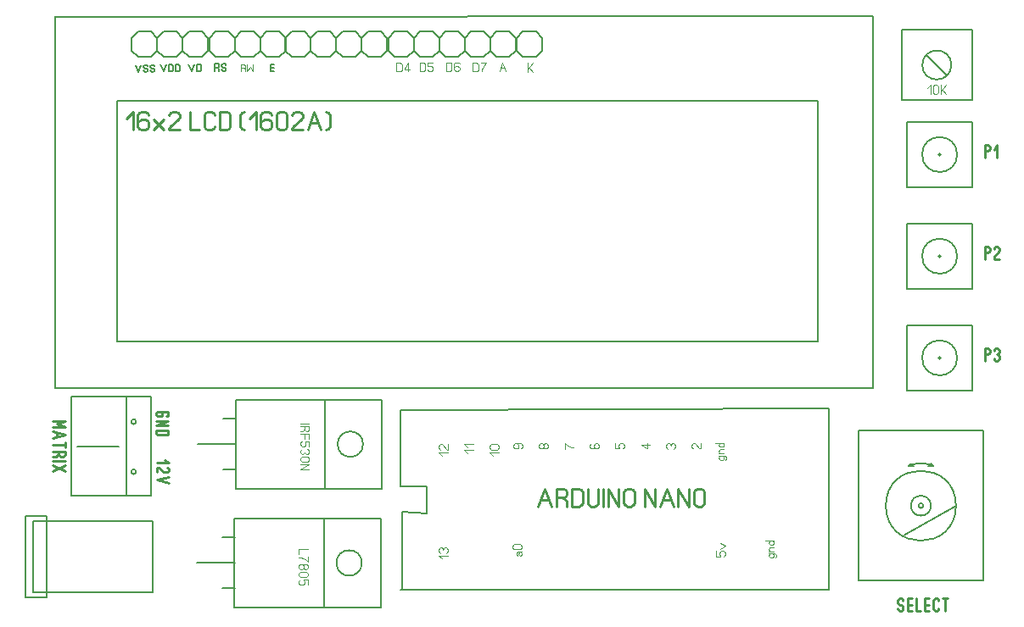
<source format=gbr>
%FSLAX34Y34*%
%MOMM*%
%LNSILK_TOP*%
G71*
G01*
%ADD10C, 0.20*%
%ADD11C, 0.11*%
%ADD12C, 0.22*%
%ADD13C, 0.13*%
%ADD14C, 0.09*%
%LPD*%
G54D10*
X3016Y25742D02*
X3016Y106742D01*
X-17784Y106742D01*
X-17784Y25742D01*
X3016Y25742D01*
G54D10*
X-9784Y30442D02*
X109316Y30442D01*
X109316Y102042D01*
X-9784Y102042D01*
X-9784Y30442D01*
G54D10*
X357978Y34653D02*
X357979Y110853D01*
X382585Y109662D01*
X382585Y136253D01*
X356788Y136253D01*
X356788Y212453D01*
X783826Y214438D01*
X783826Y33462D01*
X356788Y33462D01*
G54D11*
X680926Y163040D02*
X681482Y164373D01*
X681482Y165307D01*
X680926Y166640D01*
X679815Y167040D01*
X674260Y167040D01*
G54D11*
X675704Y167040D02*
X674593Y166373D01*
X674260Y165040D01*
X674593Y163707D01*
X675704Y163040D01*
X677926Y163040D01*
X679037Y163707D01*
X679260Y165040D01*
X679037Y166373D01*
X677926Y167040D01*
G54D11*
X679260Y169484D02*
X674260Y169484D01*
G54D11*
X675371Y169484D02*
X674593Y170151D01*
X674260Y171484D01*
X674593Y172817D01*
X675371Y173484D01*
X679260Y173484D01*
G54D11*
X679260Y179928D02*
X670371Y179928D01*
G54D11*
X675704Y179928D02*
X674593Y179261D01*
X674260Y177928D01*
X674593Y176595D01*
X675704Y175928D01*
X677926Y175928D01*
X679037Y176595D01*
X679260Y177928D01*
X679037Y179261D01*
X677926Y179928D01*
G54D11*
X656188Y179562D02*
X656188Y174229D01*
X655633Y174229D01*
X654522Y174896D01*
X651188Y178896D01*
X650077Y179562D01*
X648966Y179562D01*
X647855Y178896D01*
X647300Y177562D01*
X647300Y176229D01*
X647855Y174896D01*
X648966Y174229D01*
G54D11*
X623566Y174129D02*
X622455Y174796D01*
X621900Y176129D01*
X621900Y177462D01*
X622455Y178796D01*
X623566Y179462D01*
X624678Y179462D01*
X625789Y178796D01*
X626344Y177462D01*
X626900Y178796D01*
X628011Y179462D01*
X629122Y179462D01*
X630233Y178796D01*
X630789Y177462D01*
X630789Y176129D01*
X630233Y174796D01*
X629122Y174129D01*
G54D11*
X605491Y178336D02*
X596602Y178336D01*
X602158Y174336D01*
X603269Y174336D01*
X603269Y179669D01*
G54D11*
X571100Y179563D02*
X571100Y174229D01*
X574989Y174229D01*
X574989Y174896D01*
X574433Y176229D01*
X574433Y177563D01*
X574989Y178896D01*
X576100Y179563D01*
X578322Y179563D01*
X579433Y178896D01*
X579989Y177563D01*
X579989Y176229D01*
X579433Y174896D01*
X578322Y174229D01*
G54D11*
X547366Y179562D02*
X546255Y178896D01*
X545700Y177562D01*
X545700Y176229D01*
X546255Y174896D01*
X547366Y174229D01*
X550144Y174229D01*
X550700Y174229D01*
X549588Y176229D01*
X549588Y177562D01*
X550144Y178896D01*
X551255Y179562D01*
X552922Y179562D01*
X554033Y178896D01*
X554588Y177562D01*
X554588Y176229D01*
X554033Y174896D01*
X552922Y174229D01*
X550144Y174229D01*
G54D11*
X520407Y174222D02*
X520407Y179555D01*
X521518Y178889D01*
X523185Y177555D01*
X525407Y176222D01*
X527074Y175555D01*
X529296Y175555D01*
G54D11*
X499344Y177562D02*
X499344Y176229D01*
X498788Y174896D01*
X497677Y174229D01*
X496566Y174229D01*
X495455Y174896D01*
X494900Y176229D01*
X494900Y177562D01*
X495455Y178896D01*
X496566Y179562D01*
X497677Y179562D01*
X498788Y178896D01*
X499344Y177562D01*
X499900Y178896D01*
X501011Y179562D01*
X502122Y179562D01*
X503233Y178896D01*
X503788Y177562D01*
X503788Y176229D01*
X503233Y174896D01*
X502122Y174229D01*
X501011Y174229D01*
X499900Y174896D01*
X499344Y176229D01*
G54D11*
X476722Y174229D02*
X477833Y174896D01*
X478388Y176229D01*
X478388Y177562D01*
X477833Y178896D01*
X476722Y179562D01*
X473944Y179562D01*
X473388Y179562D01*
X474500Y177562D01*
X474500Y176229D01*
X473944Y174896D01*
X472833Y174229D01*
X471166Y174229D01*
X470055Y174896D01*
X469500Y176229D01*
X469500Y177562D01*
X470055Y178896D01*
X471166Y179562D01*
X473944Y179562D01*
G54D11*
X730726Y65290D02*
X731282Y66623D01*
X731282Y67557D01*
X730726Y68890D01*
X729615Y69290D01*
X724059Y69290D01*
G54D11*
X725504Y69290D02*
X724393Y68623D01*
X724059Y67290D01*
X724393Y65957D01*
X725504Y65290D01*
X727726Y65290D01*
X728837Y65957D01*
X729059Y67290D01*
X728837Y68623D01*
X727726Y69290D01*
G54D11*
X729059Y71734D02*
X724059Y71734D01*
G54D11*
X725170Y71734D02*
X724393Y72401D01*
X724059Y73734D01*
X724393Y75067D01*
X725170Y75734D01*
X729059Y75734D01*
G54D11*
X729059Y82178D02*
X720170Y82178D01*
G54D11*
X725504Y82178D02*
X724393Y81511D01*
X724059Y80178D01*
X724393Y78845D01*
X725504Y78178D01*
X727726Y78178D01*
X728837Y78845D01*
X729059Y80178D01*
X728837Y81511D01*
X727726Y82178D01*
G54D11*
X671700Y71796D02*
X671700Y66463D01*
X675589Y66463D01*
X675589Y67129D01*
X675033Y68463D01*
X675033Y69796D01*
X675589Y71129D01*
X676700Y71796D01*
X678922Y71796D01*
X680033Y71129D01*
X680589Y69796D01*
X680589Y68463D01*
X680033Y67129D01*
X678922Y66463D01*
G54D11*
X675589Y74240D02*
X680589Y76906D01*
X675589Y79573D01*
G54D11*
X472944Y67061D02*
X472388Y68394D01*
X472388Y69994D01*
X473500Y71061D01*
X477388Y71061D01*
G54D11*
X475722Y71061D02*
X474611Y70394D01*
X474388Y69061D01*
X474611Y67728D01*
X475722Y67061D01*
X476833Y67328D01*
X477388Y68394D01*
X477388Y69061D01*
X477388Y69328D01*
X476833Y70394D01*
X475722Y71061D01*
G54D11*
X470166Y78838D02*
X475722Y78838D01*
X476833Y78172D01*
X477388Y76838D01*
X477388Y75505D01*
X476833Y74172D01*
X475722Y73505D01*
X470166Y73505D01*
X469055Y74172D01*
X468500Y75505D01*
X468500Y76838D01*
X469055Y78172D01*
X470166Y78838D01*
G54D10*
X27845Y226107D02*
X107845Y226107D01*
X107845Y126907D01*
X27845Y126907D01*
X27845Y226107D01*
G54D10*
X82845Y226107D02*
X82845Y126907D01*
G54D10*
X34145Y176107D02*
X75345Y176107D01*
G54D10*
G75*
G01X92845Y201107D02*
G03X92845Y201107I-2500J0D01*
G01*
G54D10*
G75*
G01X92845Y151107D02*
G03X92845Y151107I-2500J0D01*
G01*
G54D12*
X121016Y162977D02*
X125683Y159866D01*
X113239Y159866D01*
G54D12*
X113239Y150533D02*
X113239Y155510D01*
X114016Y155510D01*
X115572Y154888D01*
X120239Y151155D01*
X121794Y150533D01*
X123350Y150533D01*
X124905Y151155D01*
X125683Y152399D01*
X125683Y153644D01*
X124905Y154888D01*
X123350Y155510D01*
G54D12*
X125683Y146176D02*
X113239Y143065D01*
X125683Y139954D01*
G54D12*
X118706Y208976D02*
X118706Y206488D01*
X114817Y206488D01*
X113261Y207110D01*
X112483Y208354D01*
X112483Y209599D01*
X113261Y210843D01*
X114817Y211465D01*
X122594Y211465D01*
X124150Y210843D01*
X124928Y209599D01*
X124928Y208354D01*
X124150Y207110D01*
X122594Y206488D01*
G54D12*
X112483Y202131D02*
X124928Y202131D01*
X112483Y197154D01*
X124928Y197154D01*
G54D12*
X112483Y192797D02*
X124928Y192797D01*
X124928Y189686D01*
X124150Y188442D01*
X122594Y187820D01*
X114817Y187820D01*
X113261Y188442D01*
X112483Y189686D01*
X112483Y192797D01*
G54D11*
X449022Y167360D02*
X445688Y170693D01*
X454577Y170693D01*
G54D11*
X447355Y178470D02*
X452911Y178470D01*
X454022Y177804D01*
X454577Y176470D01*
X454577Y175137D01*
X454022Y173804D01*
X452911Y173137D01*
X447355Y173137D01*
X446244Y173804D01*
X445688Y175137D01*
X445688Y176470D01*
X446244Y177804D01*
X447355Y178470D01*
G54D11*
X423700Y169361D02*
X420367Y172694D01*
X429256Y172694D01*
G54D11*
X423700Y175138D02*
X420367Y178471D01*
X429256Y178471D01*
G54D11*
X398222Y167360D02*
X394888Y170693D01*
X403777Y170693D01*
G54D11*
X403777Y178470D02*
X403777Y173137D01*
X403222Y173137D01*
X402111Y173804D01*
X398777Y177804D01*
X397666Y178470D01*
X396555Y178470D01*
X395444Y177804D01*
X394888Y176470D01*
X394888Y175137D01*
X395444Y173804D01*
X396555Y173137D01*
G54D11*
X398015Y64196D02*
X394681Y67529D01*
X403570Y67529D01*
G54D11*
X396348Y69973D02*
X395237Y70640D01*
X394681Y71973D01*
X394681Y73306D01*
X395237Y74640D01*
X396348Y75306D01*
X397459Y75306D01*
X398570Y74640D01*
X399126Y73306D01*
X399681Y74640D01*
X400792Y75306D01*
X401904Y75306D01*
X403015Y74640D01*
X403570Y73306D01*
X403570Y71973D01*
X403015Y70640D01*
X401904Y69973D01*
G54D11*
X256479Y199142D02*
X265368Y199142D01*
G54D11*
X260924Y194031D02*
X259813Y192031D01*
X258702Y191364D01*
X256479Y191364D01*
G54D11*
X256479Y196698D02*
X265368Y196698D01*
X265368Y193364D01*
X264813Y192031D01*
X263702Y191364D01*
X262590Y191364D01*
X261479Y192031D01*
X260924Y193364D01*
X260924Y196698D01*
G54D11*
X256479Y188920D02*
X265368Y188920D01*
X265368Y184254D01*
G54D11*
X260924Y188920D02*
X260924Y184254D01*
G54D11*
X265368Y176476D02*
X265368Y181810D01*
X261479Y181810D01*
X261479Y181143D01*
X262035Y179810D01*
X262035Y178476D01*
X261479Y177143D01*
X260368Y176476D01*
X258146Y176476D01*
X257035Y177143D01*
X256479Y178476D01*
X256479Y179810D01*
X257035Y181143D01*
X258146Y181810D01*
G54D11*
X263702Y174032D02*
X264813Y173366D01*
X265368Y172032D01*
X265368Y170699D01*
X264813Y169366D01*
X263702Y168699D01*
X262590Y168699D01*
X261479Y169366D01*
X260924Y170699D01*
X260368Y169366D01*
X259257Y168699D01*
X258146Y168699D01*
X257035Y169366D01*
X256479Y170699D01*
X256479Y172032D01*
X257035Y173366D01*
X258146Y174032D01*
G54D11*
X263702Y160922D02*
X258146Y160922D01*
X257035Y161589D01*
X256479Y162922D01*
X256479Y164256D01*
X257035Y165589D01*
X258146Y166256D01*
X263702Y166256D01*
X264813Y165589D01*
X265368Y164256D01*
X265368Y162922D01*
X264813Y161589D01*
X263702Y160922D01*
G54D11*
X256479Y158478D02*
X265368Y158478D01*
X256479Y153145D01*
X265368Y153145D01*
G54D12*
X493913Y116534D02*
X500580Y134312D01*
X507246Y116534D01*
G54D12*
X496580Y123201D02*
X504580Y123201D01*
G54D12*
X517468Y125423D02*
X521468Y123201D01*
X522802Y120979D01*
X522802Y116534D01*
G54D12*
X512135Y116534D02*
X512135Y134312D01*
X518802Y134312D01*
X521468Y133201D01*
X522802Y130979D01*
X522802Y128756D01*
X521468Y126534D01*
X518802Y125423D01*
X512135Y125423D01*
G54D12*
X527691Y116534D02*
X527691Y134312D01*
X534358Y134312D01*
X537024Y133201D01*
X538358Y130979D01*
X538358Y119868D01*
X537024Y117645D01*
X534358Y116534D01*
X527691Y116534D01*
G54D12*
X543247Y134312D02*
X543247Y119868D01*
X544580Y117645D01*
X547247Y116534D01*
X549914Y116534D01*
X552580Y117645D01*
X553914Y119868D01*
X553914Y134312D01*
G54D12*
X558803Y116534D02*
X558803Y134312D01*
G54D12*
X563692Y116534D02*
X563692Y134312D01*
X574359Y116534D01*
X574359Y134312D01*
G54D12*
X589915Y130979D02*
X589915Y119868D01*
X588581Y117645D01*
X585915Y116534D01*
X583248Y116534D01*
X580581Y117645D01*
X579248Y119868D01*
X579248Y130979D01*
X580581Y133201D01*
X583248Y134312D01*
X585915Y134312D01*
X588581Y133201D01*
X589915Y130979D01*
G54D12*
X599960Y116534D02*
X599960Y134312D01*
X610627Y116534D01*
X610627Y134312D01*
G54D12*
X615516Y116534D02*
X622183Y134312D01*
X628849Y116534D01*
G54D12*
X618183Y123201D02*
X626183Y123201D01*
G54D12*
X633738Y116534D02*
X633738Y134312D01*
X644405Y116534D01*
X644405Y134312D01*
G54D12*
X659961Y130979D02*
X659961Y119868D01*
X658627Y117645D01*
X655961Y116534D01*
X653294Y116534D01*
X650627Y117645D01*
X649294Y119868D01*
X649294Y130979D01*
X650627Y133201D01*
X653294Y134312D01*
X655961Y134312D01*
X658627Y133201D01*
X659961Y130979D01*
G54D10*
X862100Y297463D02*
X927100Y297462D01*
X927100Y232462D01*
X862100Y232462D01*
X862100Y297463D01*
G54D10*
G75*
G01X912100Y264962D02*
G03X912100Y264962I-17500J0D01*
G01*
G54D10*
G75*
G01X896100Y264962D02*
G03X896100Y264962I-1500J0D01*
G01*
G54D10*
X862100Y500663D02*
X927100Y500662D01*
X927100Y435663D01*
X862100Y435662D01*
X862100Y500663D01*
G54D10*
G75*
G01X912100Y468162D02*
G03X912100Y468162I-17500J0D01*
G01*
G54D10*
G75*
G01X896100Y468162D02*
G03X896100Y468162I-1500J0D01*
G01*
G54D11*
X882164Y534138D02*
X885497Y537471D01*
X885497Y528582D01*
G54D11*
X893274Y535804D02*
X893274Y530249D01*
X892607Y529138D01*
X891274Y528582D01*
X889941Y528582D01*
X888607Y529138D01*
X887941Y530249D01*
X887941Y535804D01*
X888607Y536916D01*
X889941Y537471D01*
X891274Y537471D01*
X892607Y536916D01*
X893274Y535804D01*
G54D11*
X895718Y528582D02*
X895718Y537471D01*
G54D11*
X895718Y531360D02*
X901051Y537471D01*
G54D11*
X897718Y533027D02*
X901051Y528582D01*
G54D10*
X856778Y592591D02*
X926778Y592591D01*
X926778Y522591D01*
X856778Y522591D01*
X856778Y592591D01*
G54D10*
G75*
G01X906278Y557591D02*
G03X906278Y557591I-14500J0D01*
G01*
G54D10*
X881778Y567591D02*
X901778Y547591D01*
G54D10*
X192066Y223093D02*
X338166Y223093D01*
X338166Y134293D01*
X192066Y134293D01*
X192066Y223093D01*
G54D10*
X281066Y223093D02*
X281066Y134293D01*
G54D10*
G75*
G01X319166Y178693D02*
G03X319166Y178693I-12700J0D01*
G01*
G54D10*
X179566Y204093D02*
X192266Y204093D01*
G54D10*
X192266Y178693D02*
X154166Y178693D01*
G54D10*
X192266Y153293D02*
X179566Y153293D01*
G54D10*
X938400Y42212D02*
X938400Y192212D01*
G54D10*
X938400Y192212D02*
X813400Y192212D01*
G54D10*
X938400Y42212D02*
X813400Y42212D01*
X813400Y192212D01*
G54D10*
G75*
G01X910900Y117212D02*
G03X910900Y117212I-35000J0D01*
G01*
G54D10*
X910900Y117212D02*
X858400Y87212D01*
G54D10*
G75*
G01X885900Y117212D02*
G03X885900Y117212I-10000J0D01*
G01*
G54D10*
G75*
G01X886900Y158264D02*
G03X864900Y158264I-11000J-41052D01*
G01*
G54D10*
X888400Y157212D02*
X885900Y159712D01*
G54D10*
X888400Y157212D02*
X883400Y157212D01*
G54D10*
X863400Y157212D02*
X865900Y159712D01*
G54D10*
X863400Y157212D02*
X868400Y157212D01*
G54D10*
G75*
G01X878400Y117212D02*
G03X878400Y117212I-2500J0D01*
G01*
G54D10*
X862100Y399063D02*
X927100Y399062D01*
X927100Y334063D01*
X862100Y334062D01*
X862100Y399063D01*
G54D10*
G75*
G01X912100Y366562D02*
G03X912100Y366562I-17500J0D01*
G01*
G54D10*
G75*
G01X896100Y366562D02*
G03X896100Y366562I-1500J0D01*
G01*
G54D11*
X264178Y73788D02*
X255289Y73788D01*
X255289Y69122D01*
G54D11*
X264178Y66677D02*
X264178Y61344D01*
X263067Y62011D01*
X261400Y63344D01*
X259178Y64677D01*
X257512Y65344D01*
X255289Y65344D01*
G54D11*
X259734Y55567D02*
X259734Y56900D01*
X260289Y58234D01*
X261400Y58900D01*
X262512Y58900D01*
X263623Y58234D01*
X264178Y56900D01*
X264178Y55567D01*
X263623Y54234D01*
X262512Y53567D01*
X261400Y53567D01*
X260289Y54234D01*
X259734Y55567D01*
X259178Y54234D01*
X258067Y53567D01*
X256956Y53567D01*
X255845Y54234D01*
X255289Y55567D01*
X255289Y56900D01*
X255845Y58234D01*
X256956Y58900D01*
X258067Y58900D01*
X259178Y58234D01*
X259734Y56900D01*
G54D11*
X262512Y45790D02*
X256956Y45790D01*
X255845Y46457D01*
X255289Y47790D01*
X255289Y49123D01*
X255845Y50457D01*
X256956Y51123D01*
X262512Y51123D01*
X263623Y50457D01*
X264178Y49123D01*
X264178Y47790D01*
X263623Y46457D01*
X262512Y45790D01*
G54D11*
X264178Y38013D02*
X264178Y43346D01*
X260289Y43346D01*
X260289Y42680D01*
X260845Y41346D01*
X260845Y40013D01*
X260289Y38680D01*
X259178Y38013D01*
X256956Y38013D01*
X255845Y38680D01*
X255289Y40013D01*
X255289Y41346D01*
X255845Y42680D01*
X256956Y43346D01*
G54D10*
X190875Y104428D02*
X336975Y104428D01*
X336975Y15628D01*
X190875Y15628D01*
X190875Y104428D01*
G54D10*
X279875Y104428D02*
X279875Y15628D01*
G54D10*
G75*
G01X317975Y60028D02*
G03X317975Y60028I-12700J0D01*
G01*
G54D10*
X178375Y85428D02*
X191075Y85428D01*
G54D10*
X191075Y60028D02*
X152975Y60028D01*
G54D10*
X191075Y34628D02*
X178375Y34628D01*
G54D10*
X11510Y606006D02*
X828278Y606800D01*
X828278Y234928D01*
X11510Y234928D01*
X11525Y606153D01*
G54D10*
X73422Y521472D02*
X773113Y521472D01*
X773113Y280966D01*
X73422Y280966D01*
X73422Y521472D01*
G54D13*
X117241Y558154D02*
X119908Y551043D01*
X122574Y558154D01*
G54D13*
X125063Y551043D02*
X125063Y558154D01*
X127730Y558154D01*
X128796Y557709D01*
X129330Y556820D01*
X129330Y552376D01*
X128796Y551487D01*
X127730Y551043D01*
X125063Y551043D01*
G54D13*
X131819Y551043D02*
X131819Y558154D01*
X134486Y558154D01*
X135552Y557709D01*
X136086Y556820D01*
X136086Y552376D01*
X135552Y551487D01*
X134486Y551043D01*
X131819Y551043D01*
G54D13*
X173573Y555066D02*
X175173Y554177D01*
X175707Y553288D01*
X175707Y551510D01*
G54D13*
X171440Y551510D02*
X171440Y558621D01*
X174107Y558621D01*
X175173Y558177D01*
X175707Y557288D01*
X175707Y556399D01*
X175173Y555510D01*
X174107Y555066D01*
X171440Y555066D01*
G54D13*
X178196Y552843D02*
X178729Y551954D01*
X179796Y551510D01*
X180863Y551510D01*
X181929Y551954D01*
X182463Y552843D01*
X182463Y553732D01*
X181929Y554621D01*
X180863Y555066D01*
X179796Y555066D01*
X178729Y555510D01*
X178196Y556399D01*
X178196Y557288D01*
X178729Y558177D01*
X179796Y558621D01*
X180863Y558621D01*
X181929Y558177D01*
X182463Y557288D01*
G54D13*
X92414Y557710D02*
X95080Y550599D01*
X97747Y557710D01*
G54D13*
X100236Y551933D02*
X100769Y551044D01*
X101836Y550599D01*
X102902Y550599D01*
X103969Y551044D01*
X104502Y551933D01*
X104502Y552822D01*
X103969Y553710D01*
X102902Y554155D01*
X101836Y554155D01*
X100769Y554599D01*
X100236Y555488D01*
X100236Y556377D01*
X100769Y557266D01*
X101836Y557710D01*
X102902Y557710D01*
X103969Y557266D01*
X104502Y556377D01*
G54D13*
X106992Y551933D02*
X107525Y551044D01*
X108592Y550599D01*
X109658Y550599D01*
X110725Y551044D01*
X111258Y551933D01*
X111258Y552822D01*
X110725Y553710D01*
X109658Y554155D01*
X108592Y554155D01*
X107525Y554599D01*
X106992Y555488D01*
X106992Y556377D01*
X107525Y557266D01*
X108592Y557710D01*
X109658Y557710D01*
X110725Y557266D01*
X111258Y556377D01*
G54D13*
X145169Y558313D02*
X147836Y551202D01*
X150503Y558313D01*
G54D13*
X157258Y556980D02*
X157258Y552535D01*
X156725Y551646D01*
X155658Y551202D01*
X154591Y551202D01*
X153525Y551646D01*
X152991Y552535D01*
X152991Y556980D01*
X153525Y557868D01*
X154591Y558313D01*
X155658Y558313D01*
X156725Y557868D01*
X157258Y556980D01*
G54D10*
X101049Y590880D02*
X94649Y590880D01*
X88349Y584580D01*
X88349Y571780D01*
X94649Y565480D01*
X107449Y565480D01*
X113749Y571780D01*
X113749Y584580D01*
X107449Y590880D01*
X101049Y590880D01*
G54D10*
X126449Y590880D02*
X120049Y590880D01*
X113749Y584580D01*
X113749Y571780D01*
X120049Y565480D01*
X132849Y565480D01*
X139149Y571780D01*
X139149Y584580D01*
X132849Y590880D01*
X126449Y590880D01*
G54D10*
X151849Y590880D02*
X145449Y590880D01*
X139149Y584580D01*
X139149Y571780D01*
X145449Y565480D01*
X158249Y565480D01*
X164549Y571780D01*
X164549Y584580D01*
X158249Y590880D01*
X151849Y590880D01*
G54D14*
X199543Y554598D02*
X201143Y553709D01*
X201676Y552820D01*
X201676Y551043D01*
G54D14*
X197410Y551043D02*
X197410Y558154D01*
X200076Y558154D01*
X201143Y557709D01*
X201676Y556820D01*
X201676Y555932D01*
X201143Y555043D01*
X200076Y554598D01*
X197410Y554598D01*
G54D14*
X203633Y558154D02*
X203633Y551043D01*
X206299Y555487D01*
X208966Y551043D01*
X208966Y558154D01*
G54D13*
X230659Y551202D02*
X226926Y551202D01*
X226926Y558313D01*
X230659Y558313D01*
G54D13*
X226926Y554758D02*
X230659Y554758D01*
G54D10*
X178440Y590880D02*
X172040Y590880D01*
X165740Y584580D01*
X165740Y571780D01*
X172040Y565480D01*
X184840Y565480D01*
X191140Y571780D01*
X191140Y584580D01*
X184840Y590880D01*
X178440Y590880D01*
G54D10*
X203840Y590880D02*
X197440Y590880D01*
X191140Y584580D01*
X191140Y571780D01*
X197440Y565480D01*
X210240Y565480D01*
X216540Y571780D01*
X216540Y584580D01*
X210240Y590880D01*
X203840Y590880D01*
G54D10*
X229240Y590880D02*
X222840Y590880D01*
X216540Y584580D01*
X216540Y571780D01*
X222840Y565480D01*
X235640Y565480D01*
X241940Y571780D01*
X241940Y584580D01*
X235640Y590880D01*
X229240Y590880D01*
G54D10*
X254243Y590880D02*
X247843Y590880D01*
X241543Y584580D01*
X241543Y571780D01*
X247843Y565480D01*
X260643Y565480D01*
X266943Y571780D01*
X266943Y584580D01*
X260643Y590880D01*
X254243Y590880D01*
G54D10*
X279643Y590880D02*
X273243Y590880D01*
X266943Y584580D01*
X266943Y571780D01*
X273243Y565480D01*
X286043Y565480D01*
X292343Y571780D01*
X292343Y584580D01*
X286043Y590880D01*
X279643Y590880D01*
G54D10*
X305043Y590880D02*
X298643Y590880D01*
X292343Y584580D01*
X292343Y571780D01*
X298643Y565480D01*
X311443Y565480D01*
X317743Y571780D01*
X317743Y584580D01*
X311443Y590880D01*
X305043Y590880D01*
G54D10*
X330443Y590880D02*
X324043Y590880D01*
X317743Y584580D01*
X317743Y571780D01*
X324043Y565480D01*
X336843Y565480D01*
X343143Y571780D01*
X343143Y584580D01*
X336843Y590880D01*
X330443Y590880D01*
G54D11*
X352588Y551043D02*
X352588Y559932D01*
X355921Y559932D01*
X357254Y559376D01*
X357921Y558265D01*
X357921Y552709D01*
X357254Y551598D01*
X355921Y551043D01*
X352588Y551043D01*
G54D11*
X364365Y551043D02*
X364365Y559932D01*
X360365Y554376D01*
X360365Y553265D01*
X365698Y553265D01*
G54D11*
X375754Y551202D02*
X375754Y560091D01*
X379087Y560091D01*
X380420Y559535D01*
X381087Y558424D01*
X381087Y552869D01*
X380420Y551757D01*
X379087Y551202D01*
X375754Y551202D01*
G54D11*
X388864Y560091D02*
X383531Y560091D01*
X383531Y556202D01*
X384198Y556202D01*
X385531Y556757D01*
X386864Y556757D01*
X388198Y556202D01*
X388864Y555091D01*
X388864Y552869D01*
X388198Y551757D01*
X386864Y551202D01*
X385531Y551202D01*
X384198Y551757D01*
X383531Y552869D01*
G54D10*
X357034Y590880D02*
X350634Y590880D01*
X344334Y584580D01*
X344334Y571780D01*
X350634Y565480D01*
X363434Y565480D01*
X369734Y571780D01*
X369734Y584580D01*
X363434Y590880D01*
X357034Y590880D01*
G54D10*
X382434Y590880D02*
X376034Y590880D01*
X369734Y584580D01*
X369734Y571780D01*
X376034Y565480D01*
X388834Y565480D01*
X395134Y571780D01*
X395134Y584580D01*
X388834Y590880D01*
X382434Y590880D01*
G54D11*
X428788Y551043D02*
X428788Y559932D01*
X432121Y559932D01*
X433454Y559376D01*
X434121Y558265D01*
X434121Y552709D01*
X433454Y551598D01*
X432121Y551043D01*
X428788Y551043D01*
G54D11*
X436565Y559932D02*
X441898Y559932D01*
X441232Y558820D01*
X439898Y557154D01*
X438565Y554932D01*
X437898Y553265D01*
X437898Y551043D01*
G54D11*
X483384Y550716D02*
X483384Y559605D01*
G54D11*
X483384Y553494D02*
X488717Y559605D01*
G54D11*
X485384Y555161D02*
X488717Y550716D01*
G54D11*
X402373Y551393D02*
X402373Y560282D01*
X405706Y560282D01*
X407040Y559726D01*
X407706Y558615D01*
X407706Y553060D01*
X407040Y551949D01*
X405706Y551393D01*
X402373Y551393D01*
G54D11*
X415483Y558615D02*
X414816Y559726D01*
X413483Y560282D01*
X412150Y560282D01*
X410816Y559726D01*
X410150Y558615D01*
X410150Y555837D01*
X410150Y555282D01*
X412150Y556393D01*
X413483Y556393D01*
X414816Y555837D01*
X415483Y554726D01*
X415483Y553060D01*
X414816Y551949D01*
X413483Y551393D01*
X412150Y551393D01*
X410816Y551949D01*
X410150Y553060D01*
X410150Y555837D01*
G54D11*
X455129Y551202D02*
X458462Y560091D01*
X461796Y551202D01*
G54D11*
X456462Y554535D02*
X460462Y554535D01*
G54D10*
X407834Y590880D02*
X401434Y590880D01*
X395134Y584580D01*
X395134Y571780D01*
X401434Y565480D01*
X414234Y565480D01*
X420534Y571780D01*
X420534Y584580D01*
X414234Y590880D01*
X407834Y590880D01*
G54D10*
X433234Y590880D02*
X426834Y590880D01*
X420534Y584580D01*
X420534Y571780D01*
X426834Y565480D01*
X439634Y565480D01*
X445934Y571780D01*
X445934Y584580D01*
X439634Y590880D01*
X433234Y590880D01*
G54D10*
X458634Y590880D02*
X452234Y590880D01*
X445934Y584580D01*
X445934Y571780D01*
X452234Y565480D01*
X465034Y565480D01*
X471334Y571780D01*
X471334Y584580D01*
X465034Y590880D01*
X458634Y590880D01*
G54D10*
X485224Y590880D02*
X478824Y590880D01*
X472524Y584580D01*
X472524Y571780D01*
X478824Y565480D01*
X491624Y565480D01*
X497924Y571780D01*
X497924Y584580D01*
X491624Y590880D01*
X485224Y590880D01*
G54D12*
X853060Y14365D02*
X853682Y12809D01*
X854926Y12031D01*
X856171Y12031D01*
X857415Y12809D01*
X858037Y14365D01*
X858037Y15920D01*
X857415Y17476D01*
X856171Y18254D01*
X854926Y18254D01*
X853682Y19031D01*
X853060Y20587D01*
X853060Y22142D01*
X853682Y23698D01*
X854926Y24476D01*
X856171Y24476D01*
X857415Y23698D01*
X858037Y22142D01*
G54D12*
X866749Y12031D02*
X862394Y12031D01*
X862394Y24476D01*
X866749Y24476D01*
G54D12*
X862394Y18254D02*
X866749Y18254D01*
G54D12*
X871106Y24476D02*
X871106Y12031D01*
X875461Y12031D01*
G54D12*
X884173Y12031D02*
X879818Y12031D01*
X879818Y24476D01*
X884173Y24476D01*
G54D12*
X879818Y18254D02*
X884173Y18254D01*
G54D12*
X893507Y14365D02*
X892885Y12809D01*
X891641Y12031D01*
X890396Y12031D01*
X889152Y12809D01*
X888530Y14365D01*
X888530Y22142D01*
X889152Y23698D01*
X890396Y24476D01*
X891641Y24476D01*
X892885Y23698D01*
X893507Y22142D01*
G54D12*
X900352Y12031D02*
X900352Y24476D01*
G54D12*
X897864Y24476D02*
X902841Y24476D01*
G54D12*
X939578Y465262D02*
X939578Y477707D01*
X942690Y477707D01*
X943934Y476929D01*
X944556Y475374D01*
X944556Y473818D01*
X943934Y472262D01*
X942690Y471485D01*
X939578Y471485D01*
G54D12*
X948912Y473040D02*
X952024Y477707D01*
X952024Y465262D01*
G54D12*
X939578Y363662D02*
X939578Y376107D01*
X942690Y376107D01*
X943934Y375329D01*
X944556Y373774D01*
X944556Y372218D01*
X943934Y370662D01*
X942690Y369885D01*
X939578Y369885D01*
G54D12*
X953890Y363662D02*
X948912Y363662D01*
X948912Y364440D01*
X949535Y365996D01*
X953268Y370662D01*
X953890Y372218D01*
X953890Y373774D01*
X953268Y375329D01*
X952024Y376107D01*
X950779Y376107D01*
X949535Y375329D01*
X948912Y373774D01*
G54D12*
X939578Y262062D02*
X939578Y274507D01*
X942690Y274507D01*
X943934Y273729D01*
X944556Y272174D01*
X944556Y270618D01*
X943934Y269062D01*
X942690Y268285D01*
X939578Y268285D01*
G54D12*
X948912Y272174D02*
X949535Y273729D01*
X950779Y274507D01*
X952024Y274507D01*
X953268Y273729D01*
X953890Y272174D01*
X953890Y270618D01*
X953268Y269062D01*
X952024Y268285D01*
X953268Y267507D01*
X953890Y265951D01*
X953890Y264396D01*
X953268Y262840D01*
X952024Y262062D01*
X950779Y262062D01*
X949535Y262840D01*
X948912Y264396D01*
G54D12*
X82888Y504163D02*
X89555Y510830D01*
X89555Y493052D01*
G54D12*
X105111Y507497D02*
X103778Y509719D01*
X101111Y510830D01*
X98444Y510830D01*
X95778Y509719D01*
X94444Y507497D01*
X94444Y501941D01*
X94444Y500830D01*
X98444Y503052D01*
X101111Y503052D01*
X103778Y501941D01*
X105111Y499719D01*
X105111Y496386D01*
X103778Y494163D01*
X101111Y493052D01*
X98444Y493052D01*
X95778Y494163D01*
X94444Y496386D01*
X94444Y501941D01*
G54D12*
X110000Y503052D02*
X120667Y493052D01*
G54D12*
X110000Y493052D02*
X120667Y503052D01*
G54D12*
X136223Y493052D02*
X125556Y493052D01*
X125556Y494163D01*
X126890Y496386D01*
X134890Y503052D01*
X136223Y505275D01*
X136223Y507497D01*
X134890Y509719D01*
X132223Y510830D01*
X129556Y510830D01*
X126890Y509719D01*
X125556Y507497D01*
G54D12*
X146268Y510830D02*
X146268Y493052D01*
X155602Y493052D01*
G54D12*
X171157Y496386D02*
X169824Y494163D01*
X167157Y493052D01*
X164490Y493052D01*
X161824Y494163D01*
X160490Y496386D01*
X160490Y507497D01*
X161824Y509719D01*
X164490Y510830D01*
X167157Y510830D01*
X169824Y509719D01*
X171157Y507497D01*
G54D12*
X176046Y493052D02*
X176046Y510830D01*
X182713Y510830D01*
X185380Y509719D01*
X186713Y507497D01*
X186713Y496386D01*
X185380Y494163D01*
X182713Y493052D01*
X176046Y493052D01*
G54D12*
X200758Y510830D02*
X198092Y509719D01*
X196758Y507497D01*
X196758Y496386D01*
X198092Y494163D01*
X200758Y493052D01*
G54D12*
X205648Y504163D02*
X212314Y510830D01*
X212314Y493052D01*
G54D12*
X227870Y507497D02*
X226537Y509719D01*
X223870Y510830D01*
X221204Y510830D01*
X218537Y509719D01*
X217204Y507497D01*
X217204Y501941D01*
X217204Y500830D01*
X221204Y503052D01*
X223870Y503052D01*
X226537Y501941D01*
X227870Y499719D01*
X227870Y496386D01*
X226537Y494163D01*
X223870Y493052D01*
X221204Y493052D01*
X218537Y494163D01*
X217204Y496386D01*
X217204Y501941D01*
G54D12*
X243426Y507497D02*
X243426Y496386D01*
X242093Y494163D01*
X239426Y493052D01*
X236760Y493052D01*
X234093Y494163D01*
X232760Y496386D01*
X232760Y507497D01*
X234093Y509719D01*
X236760Y510830D01*
X239426Y510830D01*
X242093Y509719D01*
X243426Y507497D01*
G54D12*
X258982Y493052D02*
X248316Y493052D01*
X248316Y494163D01*
X249649Y496386D01*
X257649Y503052D01*
X258982Y505275D01*
X258982Y507497D01*
X257649Y509719D01*
X254982Y510830D01*
X252316Y510830D01*
X249649Y509719D01*
X248316Y507497D01*
G54D12*
X263872Y493052D02*
X270538Y510830D01*
X277205Y493052D01*
G54D12*
X266538Y499719D02*
X274538Y499719D01*
G54D12*
X282094Y510830D02*
X284760Y509719D01*
X286094Y507497D01*
X286094Y496386D01*
X284760Y494163D01*
X282094Y493052D01*
G54D12*
X9296Y201940D02*
X21740Y201940D01*
X13962Y198829D01*
X21740Y195718D01*
X9296Y195718D01*
G54D12*
X9296Y191362D02*
X21740Y188251D01*
X9296Y185140D01*
G54D12*
X13962Y190118D02*
X13962Y186385D01*
G54D12*
X9296Y178296D02*
X21740Y178296D01*
G54D12*
X21740Y180784D02*
X21740Y175807D01*
G54D12*
X15518Y168962D02*
X13962Y167095D01*
X12407Y166473D01*
X9296Y166473D01*
G54D12*
X9296Y171450D02*
X21740Y171450D01*
X21740Y168339D01*
X20962Y167095D01*
X19407Y166473D01*
X17851Y166473D01*
X16296Y167095D01*
X15518Y168339D01*
X15518Y171450D01*
G54D12*
X9296Y162116D02*
X21740Y162116D01*
G54D12*
X21740Y157760D02*
X9296Y151538D01*
G54D12*
X9296Y157760D02*
X21740Y151538D01*
M02*

</source>
